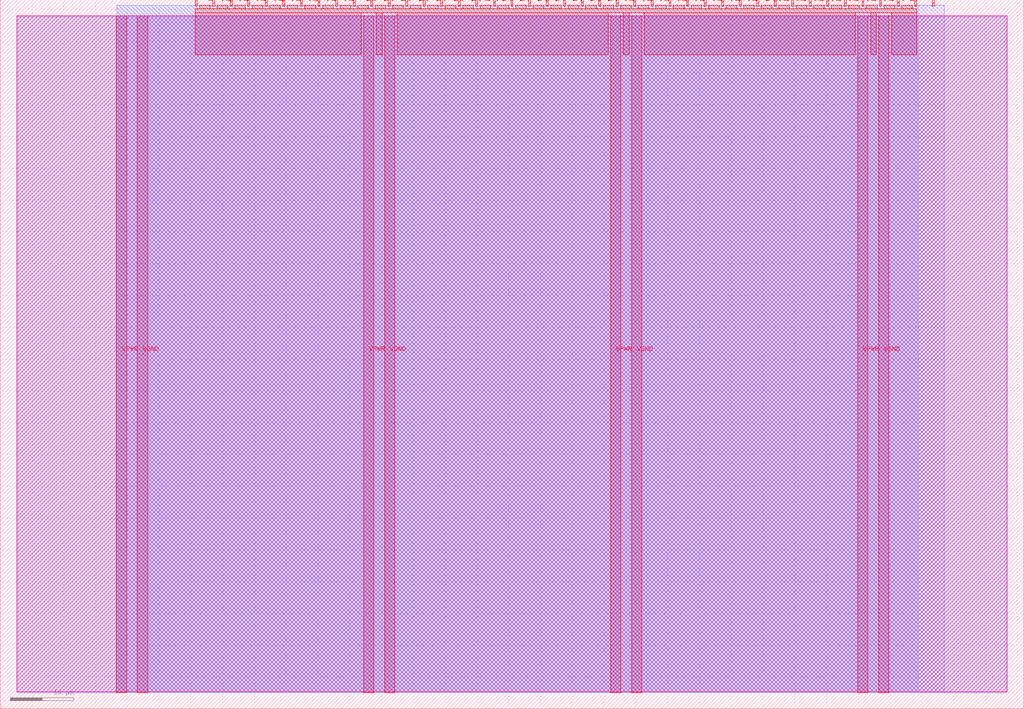
<source format=lef>
VERSION 5.7 ;
  NOWIREEXTENSIONATPIN ON ;
  DIVIDERCHAR "/" ;
  BUSBITCHARS "[]" ;
MACRO tt_um_pwen
  CLASS BLOCK ;
  FOREIGN tt_um_pwen ;
  ORIGIN 0.000 0.000 ;
  SIZE 161.000 BY 111.520 ;
  PIN VGND
    DIRECTION INOUT ;
    USE GROUND ;
    PORT
      LAYER met4 ;
        RECT 21.580 2.480 23.180 109.040 ;
    END
    PORT
      LAYER met4 ;
        RECT 60.450 2.480 62.050 109.040 ;
    END
    PORT
      LAYER met4 ;
        RECT 99.320 2.480 100.920 109.040 ;
    END
    PORT
      LAYER met4 ;
        RECT 138.190 2.480 139.790 109.040 ;
    END
  END VGND
  PIN VPWR
    DIRECTION INOUT ;
    USE POWER ;
    PORT
      LAYER met4 ;
        RECT 18.280 2.480 19.880 109.040 ;
    END
    PORT
      LAYER met4 ;
        RECT 57.150 2.480 58.750 109.040 ;
    END
    PORT
      LAYER met4 ;
        RECT 96.020 2.480 97.620 109.040 ;
    END
    PORT
      LAYER met4 ;
        RECT 134.890 2.480 136.490 109.040 ;
    END
  END VPWR
  PIN clk
    DIRECTION INPUT ;
    USE SIGNAL ;
    ANTENNAGATEAREA 0.852000 ;
    PORT
      LAYER met4 ;
        RECT 143.830 110.520 144.130 111.520 ;
    END
  END clk
  PIN ena
    DIRECTION INPUT ;
    USE SIGNAL ;
    PORT
      LAYER met4 ;
        RECT 146.590 110.520 146.890 111.520 ;
    END
  END ena
  PIN rst_n
    DIRECTION INPUT ;
    USE SIGNAL ;
    ANTENNAGATEAREA 0.159000 ;
    PORT
      LAYER met4 ;
        RECT 141.070 110.520 141.370 111.520 ;
    END
  END rst_n
  PIN ui_in[0]
    DIRECTION INPUT ;
    USE SIGNAL ;
    ANTENNAGATEAREA 0.196500 ;
    PORT
      LAYER met4 ;
        RECT 138.310 110.520 138.610 111.520 ;
    END
  END ui_in[0]
  PIN ui_in[1]
    DIRECTION INPUT ;
    USE SIGNAL ;
    ANTENNAGATEAREA 0.196500 ;
    PORT
      LAYER met4 ;
        RECT 135.550 110.520 135.850 111.520 ;
    END
  END ui_in[1]
  PIN ui_in[2]
    DIRECTION INPUT ;
    USE SIGNAL ;
    ANTENNAGATEAREA 0.196500 ;
    PORT
      LAYER met4 ;
        RECT 132.790 110.520 133.090 111.520 ;
    END
  END ui_in[2]
  PIN ui_in[3]
    DIRECTION INPUT ;
    USE SIGNAL ;
    ANTENNAGATEAREA 0.196500 ;
    PORT
      LAYER met4 ;
        RECT 130.030 110.520 130.330 111.520 ;
    END
  END ui_in[3]
  PIN ui_in[4]
    DIRECTION INPUT ;
    USE SIGNAL ;
    ANTENNAGATEAREA 0.196500 ;
    PORT
      LAYER met4 ;
        RECT 127.270 110.520 127.570 111.520 ;
    END
  END ui_in[4]
  PIN ui_in[5]
    DIRECTION INPUT ;
    USE SIGNAL ;
    ANTENNAGATEAREA 0.196500 ;
    PORT
      LAYER met4 ;
        RECT 124.510 110.520 124.810 111.520 ;
    END
  END ui_in[5]
  PIN ui_in[6]
    DIRECTION INPUT ;
    USE SIGNAL ;
    PORT
      LAYER met4 ;
        RECT 121.750 110.520 122.050 111.520 ;
    END
  END ui_in[6]
  PIN ui_in[7]
    DIRECTION INPUT ;
    USE SIGNAL ;
    PORT
      LAYER met4 ;
        RECT 118.990 110.520 119.290 111.520 ;
    END
  END ui_in[7]
  PIN uio_in[0]
    DIRECTION INPUT ;
    USE SIGNAL ;
    PORT
      LAYER met4 ;
        RECT 116.230 110.520 116.530 111.520 ;
    END
  END uio_in[0]
  PIN uio_in[1]
    DIRECTION INPUT ;
    USE SIGNAL ;
    PORT
      LAYER met4 ;
        RECT 113.470 110.520 113.770 111.520 ;
    END
  END uio_in[1]
  PIN uio_in[2]
    DIRECTION INPUT ;
    USE SIGNAL ;
    PORT
      LAYER met4 ;
        RECT 110.710 110.520 111.010 111.520 ;
    END
  END uio_in[2]
  PIN uio_in[3]
    DIRECTION INPUT ;
    USE SIGNAL ;
    PORT
      LAYER met4 ;
        RECT 107.950 110.520 108.250 111.520 ;
    END
  END uio_in[3]
  PIN uio_in[4]
    DIRECTION INPUT ;
    USE SIGNAL ;
    PORT
      LAYER met4 ;
        RECT 105.190 110.520 105.490 111.520 ;
    END
  END uio_in[4]
  PIN uio_in[5]
    DIRECTION INPUT ;
    USE SIGNAL ;
    PORT
      LAYER met4 ;
        RECT 102.430 110.520 102.730 111.520 ;
    END
  END uio_in[5]
  PIN uio_in[6]
    DIRECTION INPUT ;
    USE SIGNAL ;
    PORT
      LAYER met4 ;
        RECT 99.670 110.520 99.970 111.520 ;
    END
  END uio_in[6]
  PIN uio_in[7]
    DIRECTION INPUT ;
    USE SIGNAL ;
    PORT
      LAYER met4 ;
        RECT 96.910 110.520 97.210 111.520 ;
    END
  END uio_in[7]
  PIN uio_oe[0]
    DIRECTION OUTPUT ;
    USE SIGNAL ;
    PORT
      LAYER met4 ;
        RECT 49.990 110.520 50.290 111.520 ;
    END
  END uio_oe[0]
  PIN uio_oe[1]
    DIRECTION OUTPUT ;
    USE SIGNAL ;
    PORT
      LAYER met4 ;
        RECT 47.230 110.520 47.530 111.520 ;
    END
  END uio_oe[1]
  PIN uio_oe[2]
    DIRECTION OUTPUT ;
    USE SIGNAL ;
    PORT
      LAYER met4 ;
        RECT 44.470 110.520 44.770 111.520 ;
    END
  END uio_oe[2]
  PIN uio_oe[3]
    DIRECTION OUTPUT ;
    USE SIGNAL ;
    PORT
      LAYER met4 ;
        RECT 41.710 110.520 42.010 111.520 ;
    END
  END uio_oe[3]
  PIN uio_oe[4]
    DIRECTION OUTPUT ;
    USE SIGNAL ;
    PORT
      LAYER met4 ;
        RECT 38.950 110.520 39.250 111.520 ;
    END
  END uio_oe[4]
  PIN uio_oe[5]
    DIRECTION OUTPUT ;
    USE SIGNAL ;
    PORT
      LAYER met4 ;
        RECT 36.190 110.520 36.490 111.520 ;
    END
  END uio_oe[5]
  PIN uio_oe[6]
    DIRECTION OUTPUT ;
    USE SIGNAL ;
    PORT
      LAYER met4 ;
        RECT 33.430 110.520 33.730 111.520 ;
    END
  END uio_oe[6]
  PIN uio_oe[7]
    DIRECTION OUTPUT ;
    USE SIGNAL ;
    PORT
      LAYER met4 ;
        RECT 30.670 110.520 30.970 111.520 ;
    END
  END uio_oe[7]
  PIN uio_out[0]
    DIRECTION OUTPUT ;
    USE SIGNAL ;
    PORT
      LAYER met4 ;
        RECT 72.070 110.520 72.370 111.520 ;
    END
  END uio_out[0]
  PIN uio_out[1]
    DIRECTION OUTPUT ;
    USE SIGNAL ;
    PORT
      LAYER met4 ;
        RECT 69.310 110.520 69.610 111.520 ;
    END
  END uio_out[1]
  PIN uio_out[2]
    DIRECTION OUTPUT ;
    USE SIGNAL ;
    PORT
      LAYER met4 ;
        RECT 66.550 110.520 66.850 111.520 ;
    END
  END uio_out[2]
  PIN uio_out[3]
    DIRECTION OUTPUT ;
    USE SIGNAL ;
    PORT
      LAYER met4 ;
        RECT 63.790 110.520 64.090 111.520 ;
    END
  END uio_out[3]
  PIN uio_out[4]
    DIRECTION OUTPUT ;
    USE SIGNAL ;
    PORT
      LAYER met4 ;
        RECT 61.030 110.520 61.330 111.520 ;
    END
  END uio_out[4]
  PIN uio_out[5]
    DIRECTION OUTPUT ;
    USE SIGNAL ;
    PORT
      LAYER met4 ;
        RECT 58.270 110.520 58.570 111.520 ;
    END
  END uio_out[5]
  PIN uio_out[6]
    DIRECTION OUTPUT ;
    USE SIGNAL ;
    PORT
      LAYER met4 ;
        RECT 55.510 110.520 55.810 111.520 ;
    END
  END uio_out[6]
  PIN uio_out[7]
    DIRECTION OUTPUT ;
    USE SIGNAL ;
    PORT
      LAYER met4 ;
        RECT 52.750 110.520 53.050 111.520 ;
    END
  END uio_out[7]
  PIN uo_out[0]
    DIRECTION OUTPUT ;
    USE SIGNAL ;
    ANTENNADIFFAREA 0.445500 ;
    PORT
      LAYER met4 ;
        RECT 94.150 110.520 94.450 111.520 ;
    END
  END uo_out[0]
  PIN uo_out[1]
    DIRECTION OUTPUT ;
    USE SIGNAL ;
    ANTENNADIFFAREA 0.445500 ;
    PORT
      LAYER met4 ;
        RECT 91.390 110.520 91.690 111.520 ;
    END
  END uo_out[1]
  PIN uo_out[2]
    DIRECTION OUTPUT ;
    USE SIGNAL ;
    PORT
      LAYER met4 ;
        RECT 88.630 110.520 88.930 111.520 ;
    END
  END uo_out[2]
  PIN uo_out[3]
    DIRECTION OUTPUT ;
    USE SIGNAL ;
    PORT
      LAYER met4 ;
        RECT 85.870 110.520 86.170 111.520 ;
    END
  END uo_out[3]
  PIN uo_out[4]
    DIRECTION OUTPUT ;
    USE SIGNAL ;
    PORT
      LAYER met4 ;
        RECT 83.110 110.520 83.410 111.520 ;
    END
  END uo_out[4]
  PIN uo_out[5]
    DIRECTION OUTPUT ;
    USE SIGNAL ;
    PORT
      LAYER met4 ;
        RECT 80.350 110.520 80.650 111.520 ;
    END
  END uo_out[5]
  PIN uo_out[6]
    DIRECTION OUTPUT ;
    USE SIGNAL ;
    PORT
      LAYER met4 ;
        RECT 77.590 110.520 77.890 111.520 ;
    END
  END uo_out[6]
  PIN uo_out[7]
    DIRECTION OUTPUT ;
    USE SIGNAL ;
    PORT
      LAYER met4 ;
        RECT 74.830 110.520 75.130 111.520 ;
    END
  END uo_out[7]
  OBS
      LAYER nwell ;
        RECT 2.570 2.635 158.430 108.990 ;
      LAYER li1 ;
        RECT 2.760 2.635 158.240 108.885 ;
      LAYER met1 ;
        RECT 2.760 2.480 158.240 109.040 ;
      LAYER met2 ;
        RECT 18.310 2.535 148.480 110.685 ;
      LAYER met3 ;
        RECT 18.290 2.555 144.375 110.665 ;
      LAYER met4 ;
        RECT 31.370 110.120 33.030 110.665 ;
        RECT 34.130 110.120 35.790 110.665 ;
        RECT 36.890 110.120 38.550 110.665 ;
        RECT 39.650 110.120 41.310 110.665 ;
        RECT 42.410 110.120 44.070 110.665 ;
        RECT 45.170 110.120 46.830 110.665 ;
        RECT 47.930 110.120 49.590 110.665 ;
        RECT 50.690 110.120 52.350 110.665 ;
        RECT 53.450 110.120 55.110 110.665 ;
        RECT 56.210 110.120 57.870 110.665 ;
        RECT 58.970 110.120 60.630 110.665 ;
        RECT 61.730 110.120 63.390 110.665 ;
        RECT 64.490 110.120 66.150 110.665 ;
        RECT 67.250 110.120 68.910 110.665 ;
        RECT 70.010 110.120 71.670 110.665 ;
        RECT 72.770 110.120 74.430 110.665 ;
        RECT 75.530 110.120 77.190 110.665 ;
        RECT 78.290 110.120 79.950 110.665 ;
        RECT 81.050 110.120 82.710 110.665 ;
        RECT 83.810 110.120 85.470 110.665 ;
        RECT 86.570 110.120 88.230 110.665 ;
        RECT 89.330 110.120 90.990 110.665 ;
        RECT 92.090 110.120 93.750 110.665 ;
        RECT 94.850 110.120 96.510 110.665 ;
        RECT 97.610 110.120 99.270 110.665 ;
        RECT 100.370 110.120 102.030 110.665 ;
        RECT 103.130 110.120 104.790 110.665 ;
        RECT 105.890 110.120 107.550 110.665 ;
        RECT 108.650 110.120 110.310 110.665 ;
        RECT 111.410 110.120 113.070 110.665 ;
        RECT 114.170 110.120 115.830 110.665 ;
        RECT 116.930 110.120 118.590 110.665 ;
        RECT 119.690 110.120 121.350 110.665 ;
        RECT 122.450 110.120 124.110 110.665 ;
        RECT 125.210 110.120 126.870 110.665 ;
        RECT 127.970 110.120 129.630 110.665 ;
        RECT 130.730 110.120 132.390 110.665 ;
        RECT 133.490 110.120 135.150 110.665 ;
        RECT 136.250 110.120 137.910 110.665 ;
        RECT 139.010 110.120 140.670 110.665 ;
        RECT 141.770 110.120 143.430 110.665 ;
        RECT 30.655 109.440 144.145 110.120 ;
        RECT 30.655 102.855 56.750 109.440 ;
        RECT 59.150 102.855 60.050 109.440 ;
        RECT 62.450 102.855 95.620 109.440 ;
        RECT 98.020 102.855 98.920 109.440 ;
        RECT 101.320 102.855 134.490 109.440 ;
        RECT 136.890 102.855 137.790 109.440 ;
        RECT 140.190 102.855 144.145 109.440 ;
  END
END tt_um_pwen
END LIBRARY


</source>
